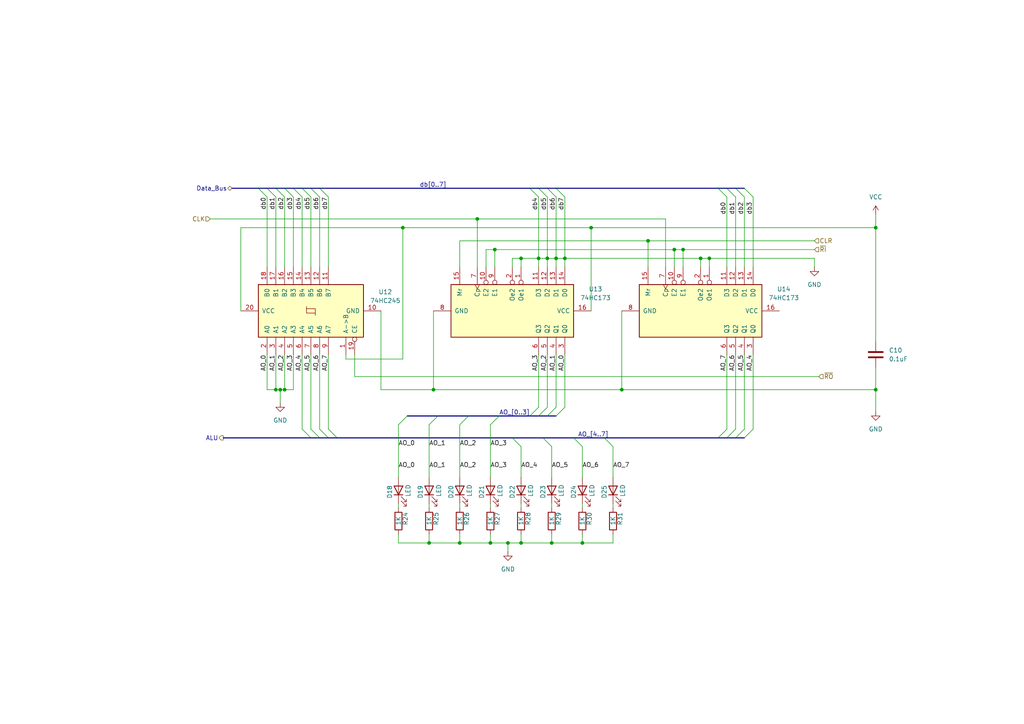
<source format=kicad_sch>
(kicad_sch (version 20231120) (generator "eeschema") (generator_version "8.0")
  (paper "A4")
  (lib_symbols
    (symbol "74xx:74HC173" (pin_names (offset 1.016))
      (property "Reference" "U" (at -7.62 19.05 0))
      (property "Value" "74HC173" (at -7.62 -19.05 0))
      (symbol "74HC173_1_0"
        (pin input inverted (at -12.7 2.54 0) (length 5.08) (name "Oe1") (number "1"))
        (pin input inverted (at -12.7 -7.62 0) (length 5.08) (name "E2") (number "10"))
        (pin input line (at -12.7 7.62 0) (length 5.08) (name "D3") (number "11"))
        (pin input line (at -12.7 10.16 0) (length 5.08) (name "D2") (number "12"))
        (pin input line (at -12.7 12.7 0) (length 5.08) (name "D1") (number "13"))
        (pin input line (at -12.7 15.24 0) (length 5.08) (name "D0") (number "14"))
        (pin input line (at -12.7 -15.24 0) (length 5.08) (name "Mr") (number "15"))
        (pin power_in line (at 0 22.86 270) (length 5.08) (name "VCC") (number "16"))
        (pin input inverted (at -12.7 0 0) (length 5.08) (name "Oe2") (number "2"))
        (pin tri_state line (at 12.7 15.24 180) (length 5.08) (name "Q0") (number "3"))
        (pin tri_state line (at 12.7 12.7 180) (length 5.08) (name "Q1") (number "4"))
        (pin tri_state line (at 12.7 10.16 180) (length 5.08) (name "Q2") (number "5"))
        (pin tri_state line (at 12.7 7.62 180) (length 5.08) (name "Q3") (number "6"))
        (pin input clock (at -12.7 -10.16 0) (length 5.08) (name "Cp") (number "7"))
        (pin power_in line (at 0 -22.86 90) (length 5.08) (name "GND") (number "8"))
        (pin input inverted (at -12.7 -5.08 0) (length 5.08) (name "E1") (number "9"))
      )
      (symbol "74HC173_1_1"
        (rectangle (start -7.62 17.78) (end 7.62 -17.78) (stroke (width 0.254)) (fill (type background)))
      )
    )
    (symbol "74xx:74HC245" (pin_names (offset 1.016))
      (property "Reference" "U" (at -7.62 16.51 0))
      (property "Value" "74HC245" (at -7.62 -16.51 0))
      (symbol "74HC245_1_0"
        (polyline (pts (xy -0.635 -1.27) (xy -0.635 1.27) (xy 0.635 1.27)))
        (polyline (pts (xy -1.27 -1.27) (xy 0.635 -1.27) (xy 0.635 1.27) (xy 1.27 1.27)))
        (pin input line (at -12.7 -10.16 0) (length 5.08) (name "A->B") (number "1"))
        (pin power_in line (at 0 -20.32 90) (length 5.08) (name "GND") (number "10"))
        (pin tri_state line (at 12.7 -5.08 180) (length 5.08) (name "B7") (number "11"))
        (pin tri_state line (at 12.7 -2.54 180) (length 5.08) (name "B6") (number "12"))
        (pin tri_state line (at 12.7 0 180) (length 5.08) (name "B5") (number "13"))
        (pin tri_state line (at 12.7 2.54 180) (length 5.08) (name "B4") (number "14"))
        (pin tri_state line (at 12.7 5.08 180) (length 5.08) (name "B3") (number "15"))
        (pin tri_state line (at 12.7 7.62 180) (length 5.08) (name "B2") (number "16"))
        (pin tri_state line (at 12.7 10.16 180) (length 5.08) (name "B1") (number "17"))
        (pin tri_state line (at 12.7 12.7 180) (length 5.08) (name "B0") (number "18"))
        (pin input inverted (at -12.7 -12.7 0) (length 5.08) (name "CE") (number "19"))
        (pin tri_state line (at -12.7 12.7 0) (length 5.08) (name "A0") (number "2"))
        (pin power_in line (at 0 20.32 270) (length 5.08) (name "VCC") (number "20"))
        (pin tri_state line (at -12.7 10.16 0) (length 5.08) (name "A1") (number "3"))
        (pin tri_state line (at -12.7 7.62 0) (length 5.08) (name "A2") (number "4"))
        (pin tri_state line (at -12.7 5.08 0) (length 5.08) (name "A3") (number "5"))
        (pin tri_state line (at -12.7 2.54 0) (length 5.08) (name "A4") (number "6"))
        (pin tri_state line (at -12.7 0 0) (length 5.08) (name "A5") (number "7"))
        (pin tri_state line (at -12.7 -2.54 0) (length 5.08) (name "A6") (number "8"))
        (pin tri_state line (at -12.7 -5.08 0) (length 5.08) (name "A7") (number "9"))
      )
      (symbol "74HC245_1_1"
        (rectangle (start -7.62 15.24) (end 7.62 -15.24) (stroke (width 0.254)) (fill (type background)))
      )
    )
    (symbol "Device:C" (pin_numbers hide) (pin_names (offset 0.254))
      (property "Reference" "C" (at 0.635 2.54 0))
      (property "Value" "C" (at 0.635 -2.54 0))
      (symbol "C_0_1"
        (polyline (pts (xy -2.032 -0.762) (xy 2.032 -0.762)) (stroke (width 0.508)))
        (polyline (pts (xy -2.032 0.762) (xy 2.032 0.762)) (stroke (width 0.508)))
      )
      (symbol "C_1_1"
        (pin passive line (at 0 3.81 270) (length 2.794) (name "~") (number "1"))
        (pin passive line (at 0 -3.81 90) (length 2.794) (name "~") (number "2"))
      )
    )
    (symbol "Device:LED" (pin_numbers hide) (pin_names (offset 1.016) hide)
      (property "Reference" "D" (at 0 2.54 0))
      (property "Value" "LED" (at 0 -2.54 0))
      (symbol "LED_0_1"
        (polyline (pts (xy -1.27 -1.27) (xy -1.27 1.27)) (stroke (width 0.254)))
        (polyline (pts (xy -1.27 0) (xy 1.27 0)))
        (polyline (pts (xy 1.27 -1.27) (xy 1.27 1.27) (xy -1.27 0) (xy 1.27 -1.27)) (stroke (width 0.254)))
        (polyline (pts (xy -3.048 -0.762) (xy -4.572 -2.286) (xy -3.81 -2.286) (xy -4.572 -2.286) (xy -4.572 -1.524)))
        (polyline (pts (xy -1.778 -0.762) (xy -3.302 -2.286) (xy -2.54 -2.286) (xy -3.302 -2.286) (xy -3.302 -1.524)))
      )
      (symbol "LED_1_1"
        (pin passive line (at -3.81 0 0) (length 2.54) (name "K") (number "1"))
        (pin passive line (at 3.81 0 180) (length 2.54) (name "A") (number "2"))
      )
    )
    (symbol "Device:R" (pin_numbers hide) (pin_names (offset 0))
      (property "Reference" "R" (at 2.032 0 90))
      (property "Value" "R" (at 0 0 90))
      (symbol "R_0_1"
        (rectangle (start -1.016 -2.54) (end 1.016 2.54) (stroke (width 0.254)))
      )
      (symbol "R_1_1"
        (pin passive line (at 0 3.81 270) (length 1.27) (name "~") (number "1"))
        (pin passive line (at 0 -3.81 90) (length 1.27) (name "~") (number "2"))
      )
    )
    (symbol "power:GND" (power) (pin_numbers hide) (pin_names (offset 0) hide)
      (property "Value" "GND" (at 0 -3.81 0))
      (symbol "GND_0_1"
        (polyline (pts (xy 0 0) (xy 0 -1.27) (xy 1.27 -1.27) (xy 0 -2.54) (xy -1.27 -1.27) (xy 0 -1.27)))
      )
      (symbol "GND_1_1"
        (pin power_in line (at 0 0 270) (length 0) (name "~") (number "1"))
      )
    )
    (symbol "power:VCC" (power) (pin_numbers hide) (pin_names (offset 0) hide)
      (property "Value" "VCC" (at 0 3.556 0))
      (symbol "VCC_0_1"
        (polyline (pts (xy -0.762 1.27) (xy 0 2.54)))
        (polyline (pts (xy 0 0) (xy 0 2.54)))
        (polyline (pts (xy 0 2.54) (xy 0.762 1.27)))
      )
      (symbol "VCC_1_1"
        (pin power_in line (at 0 0 90) (length 0) (name "~") (number "1"))
      )
    )
  )
  (junction (at 133.35 157.48))
  (junction (at 160.02 157.48))
  (junction (at 163.83 74.93))
  (junction (at 161.29 74.93))
  (junction (at 81.28 113.03))
  (junction (at 116.84 66.04))
  (junction (at 147.32 157.48))
  (junction (at 203.2 74.93))
  (junction (at 142.24 157.48))
  (junction (at 138.43 63.5))
  (junction (at 180.34 113.03))
  (junction (at 151.13 157.48))
  (junction (at 156.21 74.93))
  (junction (at 158.75 74.93))
  (junction (at 80.01 113.03))
  (junction (at 124.46 157.48))
  (junction (at 168.91 157.48))
  (junction (at 171.45 66.04))
  (junction (at 205.74 74.93))
  (junction (at 195.58 72.39))
  (junction (at 125.73 113.03))
  (junction (at 143.51 72.39))
  (junction (at 187.96 69.85))
  (junction (at 151.13 74.93))
  (junction (at 254 66.04))
  (junction (at 254 113.03))
  (junction (at 198.12 72.39))
  (junction (at 82.55 113.03))
  (bus_entry (at 210.82 127) (size 2.54 -2.54))
  (bus_entry (at 210.82 54.61) (size 2.54 2.54))
  (bus_entry (at 90.17 124.46) (size 2.54 2.54))
  (bus_entry (at 156.21 54.61) (size 2.54 2.54))
  (bus_entry (at 92.71 57.15) (size -2.54 -2.54))
  (bus_entry (at 135.89 120.65) (size -2.54 2.54))
  (bus_entry (at 158.75 54.61) (size 2.54 2.54))
  (bus_entry (at 87.63 57.15) (size -2.54 -2.54))
  (bus_entry (at 87.63 124.46) (size 2.54 2.54))
  (bus_entry (at 208.28 127) (size 2.54 -2.54))
  (bus_entry (at 92.71 124.46) (size 2.54 2.54))
  (bus_entry (at 85.09 57.15) (size -2.54 -2.54))
  (bus_entry (at 215.9 127) (size 2.54 -2.54))
  (bus_entry (at 153.67 120.65) (size 2.54 -2.54))
  (bus_entry (at 157.48 127) (size 2.54 2.54))
  (bus_entry (at 95.25 124.46) (size 2.54 2.54))
  (bus_entry (at 208.28 54.61) (size 2.54 2.54))
  (bus_entry (at 77.47 57.15) (size -2.54 -2.54))
  (bus_entry (at 95.25 57.15) (size -2.54 -2.54))
  (bus_entry (at 161.29 54.61) (size 2.54 2.54))
  (bus_entry (at 80.01 57.15) (size -2.54 -2.54))
  (bus_entry (at 213.36 54.61) (size 2.54 2.54))
  (bus_entry (at 158.75 120.65) (size 2.54 -2.54))
  (bus_entry (at 215.9 54.61) (size 2.54 2.54))
  (bus_entry (at 161.29 120.65) (size 2.54 -2.54))
  (bus_entry (at 127 120.65) (size -2.54 2.54))
  (bus_entry (at 82.55 57.15) (size -2.54 -2.54))
  (bus_entry (at 175.26 127) (size 2.54 2.54))
  (bus_entry (at 166.37 127) (size 2.54 2.54))
  (bus_entry (at 148.59 127) (size 2.54 2.54))
  (bus_entry (at 144.78 120.65) (size -2.54 2.54))
  (bus_entry (at 90.17 57.15) (size -2.54 -2.54))
  (bus_entry (at 156.21 120.65) (size 2.54 -2.54))
  (bus_entry (at 213.36 127) (size 2.54 -2.54))
  (bus_entry (at 153.67 54.61) (size 2.54 2.54))
  (bus_entry (at 118.11 120.65) (size -2.54 2.54))
  (wire (pts (xy 163.83 77.47) (xy 163.83 74.93)))
  (bus (pts (xy 213.36 127) (xy 215.9 127)))
  (wire (pts (xy 82.55 102.87) (xy 82.55 113.03)))
  (bus (pts (xy 87.63 54.61) (xy 85.09 54.61)))
  (wire (pts (xy 110.49 90.17) (xy 110.49 113.03)))
  (wire (pts (xy 87.63 57.15) (xy 87.63 77.47)))
  (bus (pts (xy 90.17 127) (xy 92.71 127)))
  (wire (pts (xy 110.49 113.03) (xy 125.73 113.03)))
  (wire (pts (xy 81.28 113.03) (xy 81.28 116.84)))
  (wire (pts (xy 163.83 57.15) (xy 163.83 74.93)))
  (wire (pts (xy 115.57 154.94) (xy 115.57 157.48)))
  (wire (pts (xy 102.87 102.87) (xy 102.87 109.22)))
  (wire (pts (xy 95.25 57.15) (xy 95.25 77.47)))
  (bus (pts (xy 161.29 54.61) (xy 208.28 54.61)))
  (wire (pts (xy 124.46 157.48) (xy 133.35 157.48)))
  (wire (pts (xy 254 119.38) (xy 254 113.03)))
  (bus (pts (xy 157.48 127) (xy 166.37 127)))
  (wire (pts (xy 85.09 57.15) (xy 85.09 77.47)))
  (wire (pts (xy 77.47 57.15) (xy 77.47 77.47)))
  (wire (pts (xy 210.82 102.87) (xy 210.82 124.46)))
  (wire (pts (xy 158.75 57.15) (xy 158.75 74.93)))
  (wire (pts (xy 198.12 72.39) (xy 236.22 72.39)))
  (wire (pts (xy 140.97 72.39) (xy 143.51 72.39)))
  (wire (pts (xy 77.47 113.03) (xy 77.47 102.87)))
  (bus (pts (xy 77.47 54.61) (xy 80.01 54.61)))
  (wire (pts (xy 215.9 57.15) (xy 215.9 77.47)))
  (wire (pts (xy 92.71 57.15) (xy 92.71 77.47)))
  (wire (pts (xy 151.13 154.94) (xy 151.13 157.48)))
  (bus (pts (xy 144.78 120.65) (xy 153.67 120.65)))
  (wire (pts (xy 163.83 102.87) (xy 163.83 118.11)))
  (wire (pts (xy 124.46 154.94) (xy 124.46 157.48)))
  (wire (pts (xy 213.36 102.87) (xy 213.36 124.46)))
  (bus (pts (xy 92.71 54.61) (xy 153.67 54.61)))
  (wire (pts (xy 116.84 104.14) (xy 116.84 66.04)))
  (bus (pts (xy 127 120.65) (xy 135.89 120.65)))
  (wire (pts (xy 90.17 57.15) (xy 90.17 77.47)))
  (wire (pts (xy 168.91 157.48) (xy 160.02 157.48)))
  (bus (pts (xy 210.82 127) (xy 213.36 127)))
  (wire (pts (xy 160.02 154.94) (xy 160.02 157.48)))
  (wire (pts (xy 133.35 154.94) (xy 133.35 157.48)))
  (wire (pts (xy 218.44 57.15) (xy 218.44 77.47)))
  (bus (pts (xy 95.25 127) (xy 97.79 127)))
  (wire (pts (xy 254 106.68) (xy 254 113.03)))
  (bus (pts (xy 153.67 120.65) (xy 156.21 120.65)))
  (wire (pts (xy 180.34 113.03) (xy 254 113.03)))
  (wire (pts (xy 236.22 74.93) (xy 236.22 77.47)))
  (wire (pts (xy 177.8 129.54) (xy 177.8 138.43)))
  (wire (pts (xy 160.02 129.54) (xy 160.02 138.43)))
  (wire (pts (xy 148.59 74.93) (xy 148.59 77.47)))
  (wire (pts (xy 218.44 124.46) (xy 218.44 102.87)))
  (wire (pts (xy 210.82 57.15) (xy 210.82 77.47)))
  (wire (pts (xy 102.87 109.22) (xy 237.49 109.22)))
  (wire (pts (xy 213.36 57.15) (xy 213.36 77.47)))
  (wire (pts (xy 60.96 63.5) (xy 138.43 63.5)))
  (bus (pts (xy 166.37 127) (xy 175.26 127)))
  (wire (pts (xy 80.01 57.15) (xy 80.01 77.47)))
  (bus (pts (xy 80.01 54.61) (xy 82.55 54.61)))
  (wire (pts (xy 254 66.04) (xy 254 99.06)))
  (wire (pts (xy 171.45 90.17) (xy 171.45 66.04)))
  (wire (pts (xy 100.33 104.14) (xy 116.84 104.14)))
  (wire (pts (xy 163.83 74.93) (xy 203.2 74.93)))
  (wire (pts (xy 160.02 157.48) (xy 151.13 157.48)))
  (wire (pts (xy 215.9 124.46) (xy 215.9 102.87)))
  (bus (pts (xy 158.75 54.61) (xy 161.29 54.61)))
  (wire (pts (xy 87.63 102.87) (xy 87.63 124.46)))
  (wire (pts (xy 158.75 74.93) (xy 161.29 74.93)))
  (bus (pts (xy 208.28 127) (xy 210.82 127)))
  (wire (pts (xy 161.29 77.47) (xy 161.29 74.93)))
  (wire (pts (xy 95.25 102.87) (xy 95.25 124.46)))
  (wire (pts (xy 147.32 157.48) (xy 147.32 160.02)))
  (bus (pts (xy 85.09 54.61) (xy 82.55 54.61)))
  (wire (pts (xy 203.2 77.47) (xy 203.2 74.93)))
  (wire (pts (xy 168.91 129.54) (xy 168.91 138.43)))
  (wire (pts (xy 85.09 113.03) (xy 82.55 113.03)))
  (wire (pts (xy 133.35 77.47) (xy 133.35 69.85)))
  (wire (pts (xy 151.13 77.47) (xy 151.13 74.93)))
  (wire (pts (xy 180.34 90.17) (xy 180.34 113.03)))
  (wire (pts (xy 92.71 102.87) (xy 92.71 124.46)))
  (bus (pts (xy 87.63 54.61) (xy 90.17 54.61)))
  (wire (pts (xy 161.29 102.87) (xy 161.29 118.11)))
  (wire (pts (xy 133.35 146.05) (xy 133.35 147.32)))
  (wire (pts (xy 115.57 123.19) (xy 115.57 138.43)))
  (wire (pts (xy 90.17 102.87) (xy 90.17 124.46)))
  (wire (pts (xy 203.2 74.93) (xy 205.74 74.93)))
  (wire (pts (xy 142.24 157.48) (xy 147.32 157.48)))
  (bus (pts (xy 92.71 54.61) (xy 90.17 54.61)))
  (wire (pts (xy 205.74 74.93) (xy 205.74 77.47)))
  (wire (pts (xy 143.51 72.39) (xy 143.51 77.47)))
  (wire (pts (xy 187.96 69.85) (xy 236.22 69.85)))
  (wire (pts (xy 69.85 90.17) (xy 69.85 66.04)))
  (wire (pts (xy 156.21 77.47) (xy 156.21 74.93)))
  (wire (pts (xy 82.55 113.03) (xy 81.28 113.03)))
  (bus (pts (xy 64.77 127) (xy 90.17 127)))
  (wire (pts (xy 151.13 146.05) (xy 151.13 147.32)))
  (bus (pts (xy 158.75 120.65) (xy 161.29 120.65)))
  (wire (pts (xy 198.12 72.39) (xy 198.12 77.47)))
  (wire (pts (xy 133.35 123.19) (xy 133.35 138.43)))
  (bus (pts (xy 97.79 127) (xy 148.59 127)))
  (wire (pts (xy 138.43 63.5) (xy 138.43 77.47)))
  (bus (pts (xy 92.71 127) (xy 95.25 127)))
  (wire (pts (xy 161.29 74.93) (xy 163.83 74.93)))
  (wire (pts (xy 80.01 113.03) (xy 77.47 113.03)))
  (wire (pts (xy 124.46 146.05) (xy 124.46 147.32)))
  (wire (pts (xy 142.24 146.05) (xy 142.24 147.32)))
  (bus (pts (xy 210.82 54.61) (xy 213.36 54.61)))
  (wire (pts (xy 171.45 66.04) (xy 254 66.04)))
  (wire (pts (xy 82.55 57.15) (xy 82.55 77.47)))
  (wire (pts (xy 168.91 154.94) (xy 168.91 157.48)))
  (wire (pts (xy 156.21 74.93) (xy 158.75 74.93)))
  (bus (pts (xy 213.36 54.61) (xy 215.9 54.61)))
  (wire (pts (xy 151.13 74.93) (xy 156.21 74.93)))
  (wire (pts (xy 205.74 74.93) (xy 236.22 74.93)))
  (bus (pts (xy 208.28 54.61) (xy 210.82 54.61)))
  (wire (pts (xy 151.13 157.48) (xy 147.32 157.48)))
  (wire (pts (xy 160.02 146.05) (xy 160.02 147.32)))
  (wire (pts (xy 116.84 66.04) (xy 171.45 66.04)))
  (wire (pts (xy 177.8 154.94) (xy 177.8 157.48)))
  (wire (pts (xy 254 62.23) (xy 254 66.04)))
  (bus (pts (xy 67.31 54.61) (xy 74.93 54.61)))
  (wire (pts (xy 125.73 90.17) (xy 125.73 113.03)))
  (bus (pts (xy 118.11 120.65) (xy 127 120.65)))
  (wire (pts (xy 158.75 102.87) (xy 158.75 118.11)))
  (wire (pts (xy 158.75 77.47) (xy 158.75 74.93)))
  (wire (pts (xy 161.29 57.15) (xy 161.29 74.93)))
  (wire (pts (xy 193.04 63.5) (xy 193.04 77.47)))
  (wire (pts (xy 143.51 72.39) (xy 195.58 72.39)))
  (wire (pts (xy 85.09 102.87) (xy 85.09 113.03)))
  (wire (pts (xy 138.43 63.5) (xy 193.04 63.5)))
  (wire (pts (xy 142.24 154.94) (xy 142.24 157.48)))
  (bus (pts (xy 153.67 54.61) (xy 156.21 54.61)))
  (wire (pts (xy 142.24 123.19) (xy 142.24 138.43)))
  (wire (pts (xy 156.21 102.87) (xy 156.21 118.11)))
  (wire (pts (xy 148.59 74.93) (xy 151.13 74.93)))
  (wire (pts (xy 156.21 57.15) (xy 156.21 74.93)))
  (wire (pts (xy 80.01 102.87) (xy 80.01 113.03)))
  (wire (pts (xy 187.96 69.85) (xy 187.96 77.47)))
  (wire (pts (xy 133.35 157.48) (xy 142.24 157.48)))
  (wire (pts (xy 81.28 113.03) (xy 80.01 113.03)))
  (wire (pts (xy 195.58 72.39) (xy 195.58 77.47)))
  (bus (pts (xy 74.93 54.61) (xy 77.47 54.61)))
  (wire (pts (xy 100.33 102.87) (xy 100.33 104.14)))
  (wire (pts (xy 115.57 146.05) (xy 115.57 147.32)))
  (wire (pts (xy 115.57 157.48) (xy 124.46 157.48)))
  (wire (pts (xy 124.46 123.19) (xy 124.46 138.43)))
  (wire (pts (xy 177.8 157.48) (xy 168.91 157.48)))
  (wire (pts (xy 177.8 146.05) (xy 177.8 147.32)))
  (bus (pts (xy 156.21 120.65) (xy 158.75 120.65)))
  (wire (pts (xy 168.91 146.05) (xy 168.91 147.32)))
  (wire (pts (xy 180.34 113.03) (xy 125.73 113.03)))
  (wire (pts (xy 133.35 69.85) (xy 187.96 69.85)))
  (bus (pts (xy 148.59 127) (xy 157.48 127)))
  (bus (pts (xy 156.21 54.61) (xy 158.75 54.61)))
  (wire (pts (xy 195.58 72.39) (xy 198.12 72.39)))
  (bus (pts (xy 135.89 120.65) (xy 144.78 120.65)))
  (wire (pts (xy 140.97 77.47) (xy 140.97 72.39)))
  (wire (pts (xy 69.85 66.04) (xy 116.84 66.04)))
  (bus (pts (xy 175.26 127) (xy 208.28 127)))
  (wire (pts (xy 151.13 129.54) (xy 151.13 138.43)))
  (label "db6" (at 161.29 60.96 90))
  (label "AO_5" (at 215.9 102.87 270))
  (label "db5" (at 90.17 57.15 270))
  (label "db4" (at 156.21 60.96 90))
  (label "AO_1" (at 80.01 102.87 270))
  (label "AO_1" (at 161.29 102.87 270))
  (label "AO_0" (at 115.57 135.89 0))
  (label "AO_0" (at 77.47 102.87 270))
  (label "db7" (at 163.83 60.96 90))
  (label "AO_1" (at 124.46 129.54 0))
  (label "AO_3" (at 142.24 135.89 0))
  (label "AO_3" (at 85.09 102.87 270))
  (label "db[0..7]" (at 129.54 54.61 180))
  (label "db5" (at 158.75 60.96 90))
  (label "AO_5" (at 160.02 135.89 0))
  (label "AO_[4..7]" (at 167.64 127 0))
  (label "db1" (at 80.01 57.15 270))
  (label "AO_1" (at 124.46 135.89 0))
  (label "AO_4" (at 87.63 102.87 270))
  (label "AO_6" (at 168.91 135.89 0))
  (label "AO_4" (at 218.44 102.87 270))
  (label "AO_7" (at 210.82 102.87 270))
  (label "db7" (at 95.25 57.15 270))
  (label "db4" (at 87.63 57.15 270))
  (label "AO_3" (at 156.21 102.87 270))
  (label "AO_2" (at 133.35 135.89 0))
  (label "AO_0" (at 115.57 129.54 0))
  (label "db1" (at 213.36 62.23 90))
  (label "db3" (at 85.09 57.15 270))
  (label "AO_[0..3]" (at 144.78 120.65 0))
  (label "AO_2" (at 158.75 102.87 270))
  (label "db6" (at 92.71 57.15 270))
  (label "AO_7" (at 95.25 102.87 270))
  (label "AO_6" (at 213.36 102.87 270))
  (label "AO_3" (at 142.24 129.54 0))
  (label "db2" (at 215.9 62.23 90))
  (label "AO_2" (at 133.35 129.54 0))
  (label "AO_5" (at 90.17 102.87 270))
  (label "AO_4" (at 151.13 135.89 0))
  (label "AO_2" (at 82.55 102.87 270))
  (label "db0" (at 77.47 57.15 270))
  (label "AO_6" (at 92.71 102.87 270))
  (label "AO_0" (at 163.83 102.87 270))
  (label "db2" (at 82.55 57.15 270))
  (label "AO_7" (at 177.8 135.89 0))
  (label "db0" (at 210.82 62.23 90))
  (label "db3" (at 218.44 62.23 90))
  (hierarchical_label "Data_Bus" (shape bidirectional) (at 67.31 54.61 180))
  (hierarchical_label "~{RI}" (shape input) (at 236.22 72.39 0))
  (hierarchical_label "CLR" (shape input) (at 236.22 69.85 0))
  (hierarchical_label "~{RO}" (shape input) (at 237.49 109.22 0))
  (hierarchical_label "CLK" (shape input) (at 60.96 63.5 180))
  (hierarchical_label "ALU" (shape output) (at 64.77 127 180))
  (symbol (lib_id "Device:LED") (at 142.24 142.24 90) (unit 1)
    (property "Reference" "D21" (at 139.7 140.716 0) (effects (justify right)))
    (property "Value" "LED" (at 145.034 140.462 0) (effects (justify right)))
    (property "Footprint" "LED_THT:LED_D5.0mm" (effects (hide yes)))
    (property "Description" "Light emitting diode" (effects (hide yes)))
  )
  (symbol (lib_id "Device:R") (at 177.8 151.13 0) (unit 1)
    (property "Reference" "R31" (at 179.832 152.4 90) (effects (justify left)))
    (property "Value" "1K" (at 177.8 152.4 90) (effects (justify left)))
    (property "Footprint" "Resistor_THT:R_Axial_DIN0309_L9.0mm_D3.2mm_P12.70mm_Horizontal" (effects (hide yes)))
    (property "Description" "Resistor" (effects (hide yes)))
  )
  (symbol (lib_id "Device:R") (at 115.57 151.13 0) (unit 1)
    (property "Reference" "R24" (at 117.602 152.4 90) (effects (justify left)))
    (property "Value" "1K" (at 115.57 152.4 90) (effects (justify left)))
    (property "Footprint" "Resistor_THT:R_Axial_DIN0309_L9.0mm_D3.2mm_P12.70mm_Horizontal" (effects (hide yes)))
    (property "Description" "Resistor" (effects (hide yes)))
  )
  (symbol (lib_id "74xx:74HC173") (at 148.59 90.17 270) (unit 1)
    (property "Reference" "U13" (at 172.72 83.8514 90))
    (property "Value" "74HC173" (at 172.72 86.3914 90))
    (property "Footprint" "Package_DIP:DIP-16_W7.62mm" (effects (hide yes)))
    (property "Datasheet" "https://www.ti.com/lit/ds/symlink/cd74hc173.pdf" (effects (hide yes)))
    (property "Description" "4-bit D-type Register, 3 state out" (effects (hide yes)))
  )
  (symbol (lib_id "power:GND") (at 254 119.38 0) (unit 1)
    (property "Reference" "#PWR021" (effects (hide yes)))
    (property "Value" "GND" (at 254 124.46 0))
    (property "Description" "Power symbol creates a global label with name \"GND\" , ground" (effects (hide yes)))
  )
  (symbol (lib_id "power:GND") (at 81.28 116.84 0) (unit 1)
    (property "Reference" "#PWR020" (effects (hide yes)))
    (property "Value" "GND" (at 81.28 121.92 0))
    (property "Description" "Power symbol creates a global label with name \"GND\" , ground" (effects (hide yes)))
  )
  (symbol (lib_id "Device:R") (at 124.46 151.13 0) (unit 1)
    (property "Reference" "R25" (at 126.492 152.4 90) (effects (justify left)))
    (property "Value" "1K" (at 124.46 152.4 90) (effects (justify left)))
    (property "Footprint" "Resistor_THT:R_Axial_DIN0309_L9.0mm_D3.2mm_P12.70mm_Horizontal" (effects (hide yes)))
    (property "Description" "Resistor" (effects (hide yes)))
  )
  (symbol (lib_id "Device:R") (at 168.91 151.13 0) (unit 1)
    (property "Reference" "R30" (at 170.942 152.4 90) (effects (justify left)))
    (property "Value" "1K" (at 168.91 152.4 90) (effects (justify left)))
    (property "Footprint" "Resistor_THT:R_Axial_DIN0309_L9.0mm_D3.2mm_P12.70mm_Horizontal" (effects (hide yes)))
    (property "Description" "Resistor" (effects (hide yes)))
  )
  (symbol (lib_id "Device:LED") (at 168.91 142.24 90) (unit 1)
    (property "Reference" "D24" (at 166.37 140.716 0) (effects (justify right)))
    (property "Value" "LED" (at 171.704 140.462 0) (effects (justify right)))
    (property "Footprint" "LED_THT:LED_D5.0mm" (effects (hide yes)))
    (property "Description" "Light emitting diode" (effects (hide yes)))
  )
  (symbol (lib_id "74xx:74HC245") (at 90.17 90.17 90) (unit 1)
    (property "Reference" "U12" (at 111.76 84.6738 90))
    (property "Value" "74HC245" (at 111.76 87.2138 90))
    (property "Footprint" "Package_DIP:DIP-20_W7.62mm" (effects (hide yes)))
    (property "Datasheet" "http://www.ti.com/lit/gpn/sn74HC245" (effects (hide yes)))
    (property "Description" "Octal BUS Transceivers, 3-State outputs" (effects (hide yes)))
  )
  (symbol (lib_id "Device:LED") (at 151.13 142.24 90) (unit 1)
    (property "Reference" "D22" (at 148.59 140.716 0) (effects (justify right)))
    (property "Value" "LED" (at 153.924 140.462 0) (effects (justify right)))
    (property "Footprint" "LED_THT:LED_D5.0mm" (effects (hide yes)))
    (property "Description" "Light emitting diode" (effects (hide yes)))
  )
  (symbol (lib_id "power:GND") (at 236.22 77.47 0) (unit 1)
    (property "Reference" "#PWR019" (effects (hide yes)))
    (property "Value" "GND" (at 236.22 82.55 0))
    (property "Description" "Power symbol creates a global label with name \"GND\" , ground" (effects (hide yes)))
  )
  (symbol (lib_id "Device:LED") (at 124.46 142.24 90) (unit 1)
    (property "Reference" "D19" (at 121.92 140.716 0) (effects (justify right)))
    (property "Value" "LED" (at 127.254 140.462 0) (effects (justify right)))
    (property "Footprint" "LED_THT:LED_D5.0mm" (effects (hide yes)))
    (property "Description" "Light emitting diode" (effects (hide yes)))
  )
  (symbol (lib_id "Device:R") (at 151.13 151.13 0) (unit 1)
    (property "Reference" "R28" (at 153.162 152.4 90) (effects (justify left)))
    (property "Value" "1K" (at 151.13 152.4 90) (effects (justify left)))
    (property "Footprint" "Resistor_THT:R_Axial_DIN0309_L9.0mm_D3.2mm_P12.70mm_Horizontal" (effects (hide yes)))
    (property "Description" "Resistor" (effects (hide yes)))
  )
  (symbol (lib_id "Device:LED") (at 133.35 142.24 90) (unit 1)
    (property "Reference" "D20" (at 130.81 140.716 0) (effects (justify right)))
    (property "Value" "LED" (at 136.144 140.462 0) (effects (justify right)))
    (property "Footprint" "LED_THT:LED_D5.0mm" (effects (hide yes)))
    (property "Description" "Light emitting diode" (effects (hide yes)))
  )
  (symbol (lib_id "Device:R") (at 133.35 151.13 0) (unit 1)
    (property "Reference" "R26" (at 135.382 152.4 90) (effects (justify left)))
    (property "Value" "1K" (at 133.35 152.4 90) (effects (justify left)))
    (property "Footprint" "Resistor_THT:R_Axial_DIN0309_L9.0mm_D3.2mm_P12.70mm_Horizontal" (effects (hide yes)))
    (property "Description" "Resistor" (effects (hide yes)))
  )
  (symbol (lib_id "power:VCC") (at 254 62.23 0) (unit 1)
    (property "Reference" "#PWR018" (effects (hide yes)))
    (property "Value" "VCC" (at 254 57.15 0))
    (property "Description" "Power symbol creates a global label with name \"VCC\"" (effects (hide yes)))
  )
  (symbol (lib_id "Device:LED") (at 160.02 142.24 90) (unit 1)
    (property "Reference" "D23" (at 157.48 140.716 0) (effects (justify right)))
    (property "Value" "LED" (at 162.814 140.462 0) (effects (justify right)))
    (property "Footprint" "LED_THT:LED_D5.0mm" (effects (hide yes)))
    (property "Description" "Light emitting diode" (effects (hide yes)))
  )
  (symbol (lib_id "Device:LED") (at 115.57 142.24 90) (unit 1)
    (property "Reference" "D18" (at 113.03 140.716 0) (effects (justify right)))
    (property "Value" "LED" (at 118.364 140.462 0) (effects (justify right)))
    (property "Footprint" "LED_THT:LED_D5.0mm" (effects (hide yes)))
    (property "Description" "Light emitting diode" (effects (hide yes)))
  )
  (symbol (lib_id "Device:R") (at 142.24 151.13 0) (unit 1)
    (property "Reference" "R27" (at 144.272 152.4 90) (effects (justify left)))
    (property "Value" "1K" (at 142.24 152.4 90) (effects (justify left)))
    (property "Footprint" "Resistor_THT:R_Axial_DIN0309_L9.0mm_D3.2mm_P12.70mm_Horizontal" (effects (hide yes)))
    (property "Description" "Resistor" (effects (hide yes)))
  )
  (symbol (lib_id "Device:R") (at 160.02 151.13 0) (unit 1)
    (property "Reference" "R29" (at 162.052 152.4 90) (effects (justify left)))
    (property "Value" "1K" (at 160.02 152.4 90) (effects (justify left)))
    (property "Footprint" "Resistor_THT:R_Axial_DIN0309_L9.0mm_D3.2mm_P12.70mm_Horizontal" (effects (hide yes)))
    (property "Description" "Resistor" (effects (hide yes)))
  )
  (symbol (lib_id "Device:C") (at 254 102.87 0) (unit 1)
    (property "Reference" "C10" (at 257.81 101.5999 0) (effects (justify left)))
    (property "Value" "0.1uF" (at 257.81 104.1399 0) (effects (justify left)))
    (property "Footprint" "Capacitor_THT:C_Disc_D5.0mm_W2.5mm_P5.00mm" (effects (hide yes)))
    (property "Description" "Unpolarized capacitor" (effects (hide yes)))
  )
  (symbol (lib_id "Device:LED") (at 177.8 142.24 90) (unit 1)
    (property "Reference" "D25" (at 175.26 140.716 0) (effects (justify right)))
    (property "Value" "LED" (at 180.594 140.462 0) (effects (justify right)))
    (property "Footprint" "LED_THT:LED_D5.0mm" (effects (hide yes)))
    (property "Description" "Light emitting diode" (effects (hide yes)))
  )
  (symbol (lib_id "power:GND") (at 147.32 160.02 0) (unit 1)
    (property "Reference" "#PWR022" (effects (hide yes)))
    (property "Value" "GND" (at 147.32 165.1 0))
    (property "Description" "Power symbol creates a global label with name \"GND\" , ground" (effects (hide yes)))
  )
  (symbol (lib_id "74xx:74HC173") (at 203.2 90.17 270) (unit 1)
    (property "Reference" "U14" (at 227.33 83.8514 90))
    (property "Value" "74HC173" (at 227.33 86.3914 90))
    (property "Footprint" "Package_DIP:DIP-16_W7.62mm" (effects (hide yes)))
    (property "Datasheet" "https://www.ti.com/lit/ds/symlink/cd74hc173.pdf" (effects (hide yes)))
    (property "Description" "4-bit D-type Register, 3 state out" (effects (hide yes)))
  )
)
</source>
